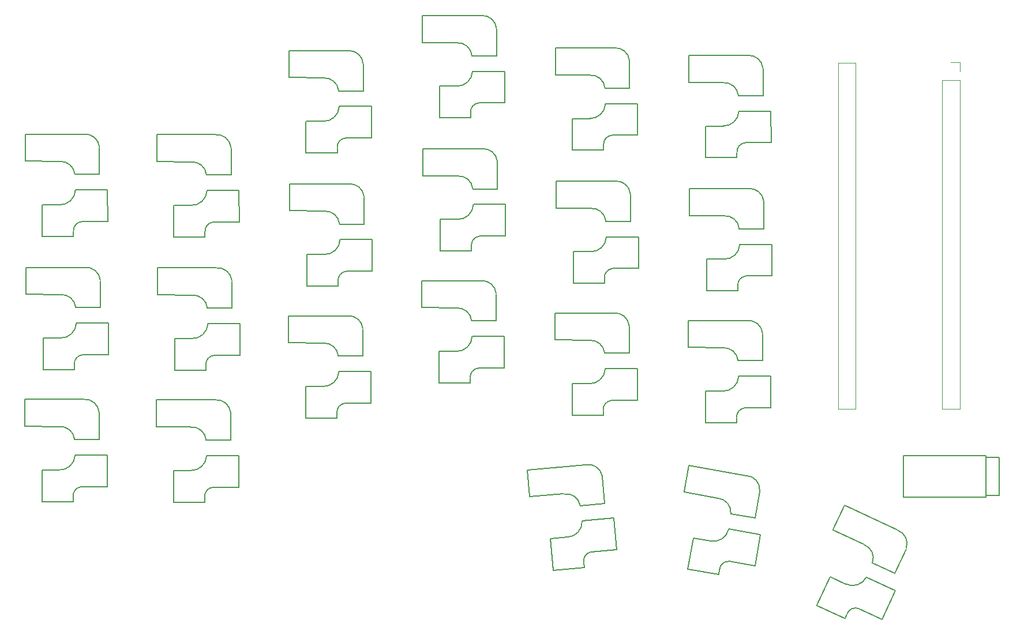
<source format=gto>
%TF.GenerationSoftware,KiCad,Pcbnew,7.0.6*%
%TF.CreationDate,2023-08-11T19:56:51+07:00*%
%TF.ProjectId,keyboard_pcb,6b657962-6f61-4726-945f-7063622e6b69,rev1.0*%
%TF.SameCoordinates,Original*%
%TF.FileFunction,Legend,Top*%
%TF.FilePolarity,Positive*%
%FSLAX46Y46*%
G04 Gerber Fmt 4.6, Leading zero omitted, Abs format (unit mm)*
G04 Created by KiCad (PCBNEW 7.0.6) date 2023-08-11 19:56:51*
%MOMM*%
%LPD*%
G01*
G04 APERTURE LIST*
%ADD10C,0.150000*%
%ADD11C,0.120000*%
G04 APERTURE END LIST*
D10*
%TO.C,K03*%
X156964999Y-41054000D02*
G75*
G03*
X154701000Y-39170001I-2073999J-190000D01*
G01*
X151076000Y-49543999D02*
G75*
G03*
X153445999Y-47374000I100000J2269999D01*
G01*
X154376000Y-52003999D02*
G75*
G03*
X153155999Y-53423999I100000J-1320001D01*
G01*
X153360999Y-45053999D02*
G75*
G03*
X151101000Y-43174001I-2069999J-190001D01*
G01*
X158151000Y-47374000D02*
X158176000Y-51973999D01*
X156976000Y-45078000D02*
X153366000Y-45078000D01*
X156976000Y-41124000D02*
X156976000Y-45069000D01*
X154376000Y-51999000D02*
X158151000Y-51999000D01*
X153451000Y-47349000D02*
X158151000Y-47349000D01*
X153156000Y-53474000D02*
X153156000Y-54174000D01*
X148601000Y-54199000D02*
X153151000Y-54199000D01*
X148601000Y-49549000D02*
X151151000Y-49549000D01*
X148576001Y-49574000D02*
X148576001Y-54174000D01*
X146076000Y-43124000D02*
X151126000Y-43170000D01*
X146076000Y-43078000D02*
X146076000Y-39170000D01*
X146076000Y-39170000D02*
X154701000Y-39170000D01*
%TO.C,K31*%
X185204425Y-105215857D02*
X193698392Y-106713572D01*
X184525808Y-109064485D02*
X185204425Y-105215857D01*
X184517820Y-109109787D02*
X189483111Y-110032011D01*
X185859810Y-115895917D02*
X185061028Y-120426033D01*
X185888770Y-115875638D02*
X188400030Y-116318441D01*
X185081306Y-120454994D02*
X189562181Y-121245093D01*
X189693000Y-120531976D02*
X189571447Y-121221341D01*
X191047114Y-114551255D02*
X195675710Y-115367401D01*
X191150597Y-119291235D02*
X194868246Y-119946757D01*
X195599521Y-109032936D02*
X194914479Y-112918003D01*
X194912916Y-112926866D02*
X191357760Y-112299996D01*
X195671369Y-115392021D02*
X194897208Y-119926477D01*
X191357003Y-112275492D02*
G75*
G03*
X189457797Y-110031609I-2071545J172338D01*
G01*
X191149729Y-119296158D02*
G75*
G03*
X189701683Y-120482734I-130735J-1317312D01*
G01*
X188327038Y-116300492D02*
G75*
G03*
X191037847Y-114575007I492662J2218147D01*
G01*
X195600844Y-108962090D02*
G75*
G03*
X193698392Y-106713572I-2075485J173033D01*
G01*
%TO.C,K32*%
X208026317Y-111085014D02*
X215843222Y-114730097D01*
X206374725Y-114626865D02*
X208026317Y-111085014D01*
X206355285Y-114668555D02*
X210912699Y-116844468D01*
X205895167Y-121570786D02*
X203951123Y-125739802D01*
X205928389Y-121558694D02*
X208239474Y-122636370D01*
X203963215Y-125773025D02*
X208086915Y-127695938D01*
X208397845Y-127040978D02*
X208102012Y-127675393D01*
X211253742Y-121614515D02*
X215513389Y-123600821D01*
X210126902Y-126219768D02*
X213548214Y-127815152D01*
X217079276Y-117462479D02*
X215412047Y-121037863D01*
X215408243Y-121046020D02*
X212136472Y-119520368D01*
X215502824Y-123623479D02*
X213581438Y-127803059D01*
X212142083Y-119496502D02*
G75*
G03*
X210888350Y-116837528I-1956354J702620D01*
G01*
X210124789Y-126224299D02*
G75*
G03*
X208418976Y-126995661I-467225J-1238589D01*
G01*
X208173615Y-122600141D02*
G75*
G03*
X211238644Y-121635060I1049974J2015055D01*
G01*
X217098889Y-117394388D02*
G75*
G03*
X215843222Y-114730097I-1959979J704312D01*
G01*
%TO.C,K30*%
X161471658Y-105856739D02*
X170063837Y-105105021D01*
X161812262Y-109749868D02*
X161471658Y-105856739D01*
X161816272Y-109795693D02*
X166851064Y-109401381D01*
X164868914Y-116003259D02*
X165269830Y-120585755D01*
X164891639Y-115976175D02*
X167431935Y-115753928D01*
X165296913Y-120608481D02*
X169829599Y-120211922D01*
X169771392Y-119489245D02*
X169832401Y-120186581D01*
X169531440Y-113361842D02*
X174213556Y-112952210D01*
X170858195Y-117913528D02*
X174618830Y-117584515D01*
X172500482Y-106853306D02*
X172844312Y-110783294D01*
X172845096Y-110792260D02*
X169248833Y-111106892D01*
X174215734Y-112977115D02*
X174641556Y-117557430D01*
X169241760Y-111083418D02*
G75*
G03*
X166826508Y-109407545I-2045563J-369690D01*
G01*
X170858631Y-117918508D02*
G75*
G03*
X169767034Y-119439434I214665J-1306262D01*
G01*
X167356785Y-115755483D02*
G75*
G03*
X169528638Y-113387182I-98224J2270077D01*
G01*
X172483422Y-106784531D02*
G75*
G03*
X170063837Y-105105022I-2049547J-370038D01*
G01*
%TO.C,K25*%
X196018999Y-85824000D02*
G75*
G03*
X193755000Y-83940001I-2073999J-190000D01*
G01*
X190130000Y-94313999D02*
G75*
G03*
X192499999Y-92144000I100000J2269999D01*
G01*
X193430000Y-96773999D02*
G75*
G03*
X192209999Y-98193999I100000J-1320001D01*
G01*
X192414999Y-89823999D02*
G75*
G03*
X190155000Y-87944001I-2069999J-190001D01*
G01*
X197205000Y-92144000D02*
X197230000Y-96743999D01*
X196030000Y-89848000D02*
X192420000Y-89848000D01*
X196030000Y-85894000D02*
X196030000Y-89839000D01*
X193430000Y-96769000D02*
X197205000Y-96769000D01*
X192505000Y-92119000D02*
X197205000Y-92119000D01*
X192210000Y-98244000D02*
X192210000Y-98944000D01*
X187655000Y-98969000D02*
X192205000Y-98969000D01*
X187655000Y-94319000D02*
X190205000Y-94319000D01*
X187630001Y-94344000D02*
X187630001Y-98944000D01*
X185130000Y-87894000D02*
X190180000Y-87940000D01*
X185130000Y-87848000D02*
X185130000Y-83940000D01*
X185130000Y-83940000D02*
X193755000Y-83940000D01*
%TO.C,K24*%
X176442999Y-84724000D02*
G75*
G03*
X174179000Y-82840001I-2073999J-190000D01*
G01*
X170554000Y-93213999D02*
G75*
G03*
X172923999Y-91044000I100000J2269999D01*
G01*
X173854000Y-95673999D02*
G75*
G03*
X172633999Y-97093999I100000J-1320001D01*
G01*
X172838999Y-88723999D02*
G75*
G03*
X170579000Y-86844001I-2069999J-190001D01*
G01*
X177629000Y-91044000D02*
X177654000Y-95643999D01*
X176454000Y-88748000D02*
X172844000Y-88748000D01*
X176454000Y-84794000D02*
X176454000Y-88739000D01*
X173854000Y-95669000D02*
X177629000Y-95669000D01*
X172929000Y-91019000D02*
X177629000Y-91019000D01*
X172634000Y-97144000D02*
X172634000Y-97844000D01*
X168079000Y-97869000D02*
X172629000Y-97869000D01*
X168079000Y-93219000D02*
X170629000Y-93219000D01*
X168054001Y-93244000D02*
X168054001Y-97844000D01*
X165554000Y-86794000D02*
X170604000Y-86840000D01*
X165554000Y-86748000D02*
X165554000Y-82840000D01*
X165554000Y-82840000D02*
X174179000Y-82840000D01*
%TO.C,K23*%
X156918999Y-79978000D02*
G75*
G03*
X154655000Y-78094001I-2073999J-190000D01*
G01*
X151030000Y-88467999D02*
G75*
G03*
X153399999Y-86298000I100000J2269999D01*
G01*
X154330000Y-90927999D02*
G75*
G03*
X153109999Y-92347999I100000J-1320001D01*
G01*
X153314999Y-83977999D02*
G75*
G03*
X151055000Y-82098001I-2069999J-190001D01*
G01*
X158105000Y-86298000D02*
X158130000Y-90897999D01*
X156930000Y-84002000D02*
X153320000Y-84002000D01*
X156930000Y-80048000D02*
X156930000Y-83993000D01*
X154330000Y-90923000D02*
X158105000Y-90923000D01*
X153405000Y-86273000D02*
X158105000Y-86273000D01*
X153110000Y-92398000D02*
X153110000Y-93098000D01*
X148555000Y-93123000D02*
X153105000Y-93123000D01*
X148555000Y-88473000D02*
X151105000Y-88473000D01*
X148530001Y-88498000D02*
X148530001Y-93098000D01*
X146030000Y-82048000D02*
X151080000Y-82094000D01*
X146030000Y-82002000D02*
X146030000Y-78094000D01*
X146030000Y-78094000D02*
X154655000Y-78094000D01*
%TO.C,K22*%
X137354999Y-85134000D02*
G75*
G03*
X135091000Y-83250001I-2073999J-190000D01*
G01*
X131466000Y-93623999D02*
G75*
G03*
X133835999Y-91454000I100000J2269999D01*
G01*
X134766000Y-96083999D02*
G75*
G03*
X133545999Y-97503999I100000J-1320001D01*
G01*
X133750999Y-89133999D02*
G75*
G03*
X131491000Y-87254001I-2069999J-190001D01*
G01*
X138541000Y-91454000D02*
X138566000Y-96053999D01*
X137366000Y-89158000D02*
X133756000Y-89158000D01*
X137366000Y-85204000D02*
X137366000Y-89149000D01*
X134766000Y-96079000D02*
X138541000Y-96079000D01*
X133841000Y-91429000D02*
X138541000Y-91429000D01*
X133546000Y-97554000D02*
X133546000Y-98254000D01*
X128991000Y-98279000D02*
X133541000Y-98279000D01*
X128991000Y-93629000D02*
X131541000Y-93629000D01*
X128966001Y-93654000D02*
X128966001Y-98254000D01*
X126466000Y-87204000D02*
X131516000Y-87250000D01*
X126466000Y-87158000D02*
X126466000Y-83250000D01*
X126466000Y-83250000D02*
X135091000Y-83250000D01*
%TO.C,K21*%
X117955999Y-97470000D02*
G75*
G03*
X115692000Y-95586001I-2073999J-190000D01*
G01*
X112067000Y-105959999D02*
G75*
G03*
X114436999Y-103790000I100000J2269999D01*
G01*
X115367000Y-108419999D02*
G75*
G03*
X114146999Y-109839999I100000J-1320001D01*
G01*
X114351999Y-101469999D02*
G75*
G03*
X112092000Y-99590001I-2069999J-190001D01*
G01*
X119142000Y-103790000D02*
X119167000Y-108389999D01*
X117967000Y-101494000D02*
X114357000Y-101494000D01*
X117967000Y-97540000D02*
X117967000Y-101485000D01*
X115367000Y-108415000D02*
X119142000Y-108415000D01*
X114442000Y-103765000D02*
X119142000Y-103765000D01*
X114147000Y-109890000D02*
X114147000Y-110590000D01*
X109592000Y-110615000D02*
X114142000Y-110615000D01*
X109592000Y-105965000D02*
X112142000Y-105965000D01*
X109567001Y-105990000D02*
X109567001Y-110590000D01*
X107067000Y-99540000D02*
X112117000Y-99586000D01*
X107067000Y-99494000D02*
X107067000Y-95586000D01*
X107067000Y-95586000D02*
X115692000Y-95586000D01*
%TO.C,K20*%
X98645999Y-97394000D02*
G75*
G03*
X96382000Y-95510001I-2073999J-190000D01*
G01*
X92757000Y-105883999D02*
G75*
G03*
X95126999Y-103714000I100000J2269999D01*
G01*
X96057000Y-108343999D02*
G75*
G03*
X94836999Y-109763999I100000J-1320001D01*
G01*
X95041999Y-101393999D02*
G75*
G03*
X92782000Y-99514001I-2069999J-190001D01*
G01*
X99832000Y-103714000D02*
X99857000Y-108313999D01*
X98657000Y-101418000D02*
X95047000Y-101418000D01*
X98657000Y-97464000D02*
X98657000Y-101409000D01*
X96057000Y-108339000D02*
X99832000Y-108339000D01*
X95132000Y-103689000D02*
X99832000Y-103689000D01*
X94837000Y-109814000D02*
X94837000Y-110514000D01*
X90282000Y-110539000D02*
X94832000Y-110539000D01*
X90282000Y-105889000D02*
X92832000Y-105889000D01*
X90257001Y-105914000D02*
X90257001Y-110514000D01*
X87757000Y-99464000D02*
X92807000Y-99510000D01*
X87757000Y-99418000D02*
X87757000Y-95510000D01*
X87757000Y-95510000D02*
X96382000Y-95510000D01*
%TO.C,K15*%
X185304000Y-64570000D02*
X193929000Y-64570000D01*
X185304000Y-68478000D02*
X185304000Y-64570000D01*
X185304000Y-68524000D02*
X190354000Y-68570000D01*
X187804001Y-74974000D02*
X187804001Y-79574000D01*
X187829000Y-74949000D02*
X190379000Y-74949000D01*
X187829000Y-79599000D02*
X192379000Y-79599000D01*
X192384000Y-78874000D02*
X192384000Y-79574000D01*
X192679000Y-72749000D02*
X197379000Y-72749000D01*
X193604000Y-77399000D02*
X197379000Y-77399000D01*
X196204000Y-66524000D02*
X196204000Y-70469000D01*
X196204000Y-70478000D02*
X192594000Y-70478000D01*
X197379000Y-72774000D02*
X197404000Y-77373999D01*
X192588999Y-70453999D02*
G75*
G03*
X190329000Y-68574001I-2069999J-190001D01*
G01*
X193604000Y-77403999D02*
G75*
G03*
X192383999Y-78823999I100000J-1320001D01*
G01*
X190304000Y-74943999D02*
G75*
G03*
X192673999Y-72774000I100000J2269999D01*
G01*
X196192999Y-66454000D02*
G75*
G03*
X193929000Y-64570001I-2073999J-190000D01*
G01*
%TO.C,K14*%
X165728000Y-63470000D02*
X174353000Y-63470000D01*
X165728000Y-67378000D02*
X165728000Y-63470000D01*
X165728000Y-67424000D02*
X170778000Y-67470000D01*
X168228001Y-73874000D02*
X168228001Y-78474000D01*
X168253000Y-73849000D02*
X170803000Y-73849000D01*
X168253000Y-78499000D02*
X172803000Y-78499000D01*
X172808000Y-77774000D02*
X172808000Y-78474000D01*
X173103000Y-71649000D02*
X177803000Y-71649000D01*
X174028000Y-76299000D02*
X177803000Y-76299000D01*
X176628000Y-65424000D02*
X176628000Y-69369000D01*
X176628000Y-69378000D02*
X173018000Y-69378000D01*
X177803000Y-71674000D02*
X177828000Y-76273999D01*
X173012999Y-69353999D02*
G75*
G03*
X170753000Y-67474001I-2069999J-190001D01*
G01*
X174028000Y-76303999D02*
G75*
G03*
X172807999Y-77723999I100000J-1320001D01*
G01*
X170728000Y-73843999D02*
G75*
G03*
X173097999Y-71674000I100000J2269999D01*
G01*
X176616999Y-65354000D02*
G75*
G03*
X174353000Y-63470001I-2073999J-190000D01*
G01*
%TO.C,K13*%
X146204000Y-58724000D02*
X154829000Y-58724000D01*
X146204000Y-62632000D02*
X146204000Y-58724000D01*
X146204000Y-62678000D02*
X151254000Y-62724000D01*
X148704001Y-69128000D02*
X148704001Y-73728000D01*
X148729000Y-69103000D02*
X151279000Y-69103000D01*
X148729000Y-73753000D02*
X153279000Y-73753000D01*
X153284000Y-73028000D02*
X153284000Y-73728000D01*
X153579000Y-66903000D02*
X158279000Y-66903000D01*
X154504000Y-71553000D02*
X158279000Y-71553000D01*
X157104000Y-60678000D02*
X157104000Y-64623000D01*
X157104000Y-64632000D02*
X153494000Y-64632000D01*
X158279000Y-66928000D02*
X158304000Y-71527999D01*
X153488999Y-64607999D02*
G75*
G03*
X151229000Y-62728001I-2069999J-190001D01*
G01*
X154504000Y-71557999D02*
G75*
G03*
X153283999Y-72977999I100000J-1320001D01*
G01*
X151204000Y-69097999D02*
G75*
G03*
X153573999Y-66928000I100000J2269999D01*
G01*
X157092999Y-60608000D02*
G75*
G03*
X154829000Y-58724001I-2073999J-190000D01*
G01*
%TO.C,K12*%
X126640000Y-63880000D02*
X135265000Y-63880000D01*
X126640000Y-67788000D02*
X126640000Y-63880000D01*
X126640000Y-67834000D02*
X131690000Y-67880000D01*
X129140001Y-74284000D02*
X129140001Y-78884000D01*
X129165000Y-74259000D02*
X131715000Y-74259000D01*
X129165000Y-78909000D02*
X133715000Y-78909000D01*
X133720000Y-78184000D02*
X133720000Y-78884000D01*
X134015000Y-72059000D02*
X138715000Y-72059000D01*
X134940000Y-76709000D02*
X138715000Y-76709000D01*
X137540000Y-65834000D02*
X137540000Y-69779000D01*
X137540000Y-69788000D02*
X133930000Y-69788000D01*
X138715000Y-72084000D02*
X138740000Y-76683999D01*
X133924999Y-69763999D02*
G75*
G03*
X131665000Y-67884001I-2069999J-190001D01*
G01*
X134940000Y-76713999D02*
G75*
G03*
X133719999Y-78133999I100000J-1320001D01*
G01*
X131640000Y-74253999D02*
G75*
G03*
X134009999Y-72084000I100000J2269999D01*
G01*
X137528999Y-65764000D02*
G75*
G03*
X135265000Y-63880001I-2073999J-190000D01*
G01*
%TO.C,K11*%
X107241000Y-76216000D02*
X115866000Y-76216000D01*
X107241000Y-80124000D02*
X107241000Y-76216000D01*
X107241000Y-80170000D02*
X112291000Y-80216000D01*
X109741001Y-86620000D02*
X109741001Y-91220000D01*
X109766000Y-86595000D02*
X112316000Y-86595000D01*
X109766000Y-91245000D02*
X114316000Y-91245000D01*
X114321000Y-90520000D02*
X114321000Y-91220000D01*
X114616000Y-84395000D02*
X119316000Y-84395000D01*
X115541000Y-89045000D02*
X119316000Y-89045000D01*
X118141000Y-78170000D02*
X118141000Y-82115000D01*
X118141000Y-82124000D02*
X114531000Y-82124000D01*
X119316000Y-84420000D02*
X119341000Y-89019999D01*
X114525999Y-82099999D02*
G75*
G03*
X112266000Y-80220001I-2069999J-190001D01*
G01*
X115541000Y-89049999D02*
G75*
G03*
X114320999Y-90469999I100000J-1320001D01*
G01*
X112241000Y-86589999D02*
G75*
G03*
X114610999Y-84420000I100000J2269999D01*
G01*
X118129999Y-78100000D02*
G75*
G03*
X115866000Y-76216001I-2073999J-190000D01*
G01*
%TO.C,K10*%
X87931000Y-76140000D02*
X96556000Y-76140000D01*
X87931000Y-80048000D02*
X87931000Y-76140000D01*
X87931000Y-80094000D02*
X92981000Y-80140000D01*
X90431001Y-86544000D02*
X90431001Y-91144000D01*
X90456000Y-86519000D02*
X93006000Y-86519000D01*
X90456000Y-91169000D02*
X95006000Y-91169000D01*
X95011000Y-90444000D02*
X95011000Y-91144000D01*
X95306000Y-84319000D02*
X100006000Y-84319000D01*
X96231000Y-88969000D02*
X100006000Y-88969000D01*
X98831000Y-78094000D02*
X98831000Y-82039000D01*
X98831000Y-82048000D02*
X95221000Y-82048000D01*
X100006000Y-84344000D02*
X100031000Y-88943999D01*
X95215999Y-82023999D02*
G75*
G03*
X92956000Y-80144001I-2069999J-190001D01*
G01*
X96231000Y-88973999D02*
G75*
G03*
X95010999Y-90393999I100000J-1320001D01*
G01*
X92931000Y-86513999D02*
G75*
G03*
X95300999Y-84344000I100000J2269999D01*
G01*
X98819999Y-78024000D02*
G75*
G03*
X96556000Y-76140001I-2073999J-190000D01*
G01*
%TO.C,K05*%
X196064999Y-46900000D02*
G75*
G03*
X193801000Y-45016001I-2073999J-190000D01*
G01*
X190176000Y-55389999D02*
G75*
G03*
X192545999Y-53220000I100000J2269999D01*
G01*
X193476000Y-57849999D02*
G75*
G03*
X192255999Y-59269999I100000J-1320001D01*
G01*
X192460999Y-50899999D02*
G75*
G03*
X190201000Y-49020001I-2069999J-190001D01*
G01*
X197251000Y-53220000D02*
X197276000Y-57819999D01*
X196076000Y-50924000D02*
X192466000Y-50924000D01*
X196076000Y-46970000D02*
X196076000Y-50915000D01*
X193476000Y-57845000D02*
X197251000Y-57845000D01*
X192551000Y-53195000D02*
X197251000Y-53195000D01*
X192256000Y-59320000D02*
X192256000Y-60020000D01*
X187701000Y-60045000D02*
X192251000Y-60045000D01*
X187701000Y-55395000D02*
X190251000Y-55395000D01*
X187676001Y-55420000D02*
X187676001Y-60020000D01*
X185176000Y-48970000D02*
X190226000Y-49016000D01*
X185176000Y-48924000D02*
X185176000Y-45016000D01*
X185176000Y-45016000D02*
X193801000Y-45016000D01*
%TO.C,K04*%
X176488999Y-45800000D02*
G75*
G03*
X174225000Y-43916001I-2073999J-190000D01*
G01*
X170600000Y-54289999D02*
G75*
G03*
X172969999Y-52120000I100000J2269999D01*
G01*
X173900000Y-56749999D02*
G75*
G03*
X172679999Y-58169999I100000J-1320001D01*
G01*
X172884999Y-49799999D02*
G75*
G03*
X170625000Y-47920001I-2069999J-190001D01*
G01*
X177675000Y-52120000D02*
X177700000Y-56719999D01*
X176500000Y-49824000D02*
X172890000Y-49824000D01*
X176500000Y-45870000D02*
X176500000Y-49815000D01*
X173900000Y-56745000D02*
X177675000Y-56745000D01*
X172975000Y-52095000D02*
X177675000Y-52095000D01*
X172680000Y-58220000D02*
X172680000Y-58920000D01*
X168125000Y-58945000D02*
X172675000Y-58945000D01*
X168125000Y-54295000D02*
X170675000Y-54295000D01*
X168100001Y-54320000D02*
X168100001Y-58920000D01*
X165600000Y-47870000D02*
X170650000Y-47916000D01*
X165600000Y-47824000D02*
X165600000Y-43916000D01*
X165600000Y-43916000D02*
X174225000Y-43916000D01*
%TO.C,K02*%
X137400999Y-46210000D02*
G75*
G03*
X135137000Y-44326001I-2073999J-190000D01*
G01*
X131512000Y-54699999D02*
G75*
G03*
X133881999Y-52530000I100000J2269999D01*
G01*
X134812000Y-57159999D02*
G75*
G03*
X133591999Y-58579999I100000J-1320001D01*
G01*
X133796999Y-50209999D02*
G75*
G03*
X131537000Y-48330001I-2069999J-190001D01*
G01*
X138587000Y-52530000D02*
X138612000Y-57129999D01*
X137412000Y-50234000D02*
X133802000Y-50234000D01*
X137412000Y-46280000D02*
X137412000Y-50225000D01*
X134812000Y-57155000D02*
X138587000Y-57155000D01*
X133887000Y-52505000D02*
X138587000Y-52505000D01*
X133592000Y-58630000D02*
X133592000Y-59330000D01*
X129037000Y-59355000D02*
X133587000Y-59355000D01*
X129037000Y-54705000D02*
X131587000Y-54705000D01*
X129012001Y-54730000D02*
X129012001Y-59330000D01*
X126512000Y-48280000D02*
X131562000Y-48326000D01*
X126512000Y-48234000D02*
X126512000Y-44326000D01*
X126512000Y-44326000D02*
X135137000Y-44326000D01*
%TO.C,K01*%
X118001999Y-58546000D02*
G75*
G03*
X115738000Y-56662001I-2073999J-190000D01*
G01*
X112113000Y-67035999D02*
G75*
G03*
X114482999Y-64866000I100000J2269999D01*
G01*
X115413000Y-69495999D02*
G75*
G03*
X114192999Y-70915999I100000J-1320001D01*
G01*
X114397999Y-62545999D02*
G75*
G03*
X112138000Y-60666001I-2069999J-190001D01*
G01*
X119188000Y-64866000D02*
X119213000Y-69465999D01*
X118013000Y-62570000D02*
X114403000Y-62570000D01*
X118013000Y-58616000D02*
X118013000Y-62561000D01*
X115413000Y-69491000D02*
X119188000Y-69491000D01*
X114488000Y-64841000D02*
X119188000Y-64841000D01*
X114193000Y-70966000D02*
X114193000Y-71666000D01*
X109638000Y-71691000D02*
X114188000Y-71691000D01*
X109638000Y-67041000D02*
X112188000Y-67041000D01*
X109613001Y-67066000D02*
X109613001Y-71666000D01*
X107113000Y-60616000D02*
X112163000Y-60662000D01*
X107113000Y-60570000D02*
X107113000Y-56662000D01*
X107113000Y-56662000D02*
X115738000Y-56662000D01*
%TO.C,K00*%
X98691999Y-58470000D02*
G75*
G03*
X96428000Y-56586001I-2073999J-190000D01*
G01*
X92803000Y-66959999D02*
G75*
G03*
X95172999Y-64790000I100000J2269999D01*
G01*
X96103000Y-69419999D02*
G75*
G03*
X94882999Y-70839999I100000J-1320001D01*
G01*
X95087999Y-62469999D02*
G75*
G03*
X92828000Y-60590001I-2069999J-190001D01*
G01*
X99878000Y-64790000D02*
X99903000Y-69389999D01*
X98703000Y-62494000D02*
X95093000Y-62494000D01*
X98703000Y-58540000D02*
X98703000Y-62485000D01*
X96103000Y-69415000D02*
X99878000Y-69415000D01*
X95178000Y-64765000D02*
X99878000Y-64765000D01*
X94883000Y-70890000D02*
X94883000Y-71590000D01*
X90328000Y-71615000D02*
X94878000Y-71615000D01*
X90328000Y-66965000D02*
X92878000Y-66965000D01*
X90303001Y-66990000D02*
X90303001Y-71590000D01*
X87803000Y-60540000D02*
X92853000Y-60586000D01*
X87803000Y-60494000D02*
X87803000Y-56586000D01*
X87803000Y-56586000D02*
X96428000Y-56586000D01*
%TO.C,J1*%
X230780000Y-109644000D02*
X230780000Y-104044000D01*
X228780000Y-104044000D02*
X230780000Y-104044000D01*
X228780000Y-109894000D02*
X216680000Y-109894000D01*
X228780000Y-103794000D02*
X216680000Y-103794000D01*
X228780000Y-109644000D02*
X230780000Y-109644000D01*
X228780000Y-109894000D02*
X228780000Y-103794000D01*
X216680000Y-109894000D02*
X216680000Y-103794000D01*
D11*
%TO.C,U1*%
X224990000Y-48630000D02*
X222330000Y-48630000D01*
X224990000Y-46030000D02*
X223660000Y-46030000D01*
X207150000Y-46090000D02*
X207150000Y-96890000D01*
X222330000Y-48630000D02*
X222330000Y-96950000D01*
X209690000Y-96890000D02*
X209690000Y-46090000D01*
X209690000Y-46090000D02*
X207150000Y-46090000D01*
X224990000Y-47360000D02*
X224990000Y-46030000D01*
X209690000Y-96890000D02*
X207150000Y-96890000D01*
X224990000Y-96950000D02*
X224990000Y-48630000D01*
X222330000Y-96950000D02*
X224990000Y-96950000D01*
%TD*%
M02*

</source>
